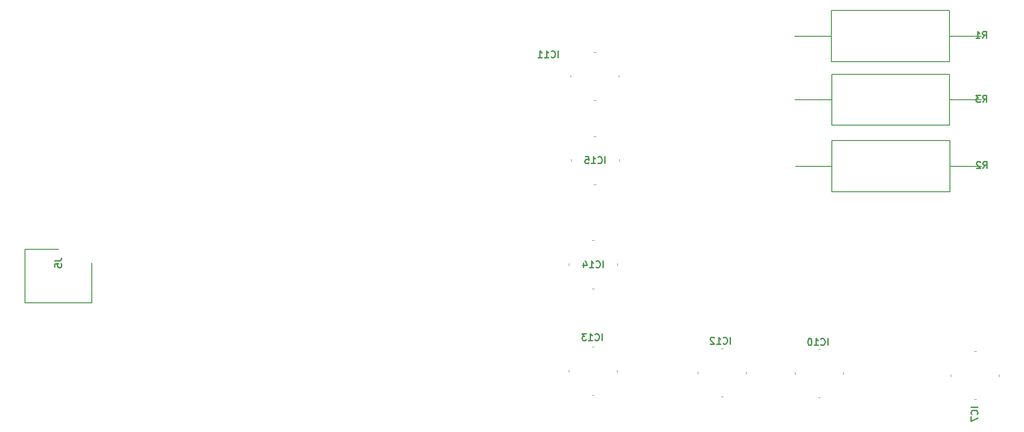
<source format=gbr>
%TF.GenerationSoftware,KiCad,Pcbnew,(5.1.12)-1*%
%TF.CreationDate,2023-12-01T15:42:45+05:30*%
%TF.ProjectId,DCCB PCB-V3,44434342-2050-4434-922d-56332e6b6963,rev?*%
%TF.SameCoordinates,Original*%
%TF.FileFunction,Legend,Bot*%
%TF.FilePolarity,Positive*%
%FSLAX46Y46*%
G04 Gerber Fmt 4.6, Leading zero omitted, Abs format (unit mm)*
G04 Created by KiCad (PCBNEW (5.1.12)-1) date 2023-12-01 15:42:45*
%MOMM*%
%LPD*%
G01*
G04 APERTURE LIST*
%ADD10C,0.100000*%
%ADD11C,0.200000*%
%ADD12C,0.254000*%
G04 APERTURE END LIST*
D10*
%TO.C,IC15*%
X144140000Y-96020000D02*
X144540000Y-96020000D01*
X148840000Y-91720000D02*
X148840000Y-91320000D01*
X144140000Y-87020000D02*
X144540000Y-87020000D01*
X139840000Y-91720000D02*
X139840000Y-91320000D01*
%TO.C,IC14*%
X143790000Y-115480000D02*
X144190000Y-115480000D01*
X148490000Y-111180000D02*
X148490000Y-110780000D01*
X143790000Y-106480000D02*
X144190000Y-106480000D01*
X139490000Y-111180000D02*
X139490000Y-110780000D01*
%TO.C,IC13*%
X143740000Y-135380000D02*
X144140000Y-135380000D01*
X148440000Y-131080000D02*
X148440000Y-130680000D01*
X143740000Y-126380000D02*
X144140000Y-126380000D01*
X139440000Y-131080000D02*
X139440000Y-130680000D01*
%TO.C,IC12*%
X167820000Y-135690000D02*
X168220000Y-135690000D01*
X172520000Y-131390000D02*
X172520000Y-130990000D01*
X167820000Y-126690000D02*
X168220000Y-126690000D01*
X163520000Y-131390000D02*
X163520000Y-130990000D01*
%TO.C,IC11*%
X144110000Y-80300000D02*
X144510000Y-80300000D01*
X148810000Y-76000000D02*
X148810000Y-75600000D01*
X144110000Y-71300000D02*
X144510000Y-71300000D01*
X139810000Y-76000000D02*
X139810000Y-75600000D01*
%TO.C,IC10*%
X185900000Y-135790000D02*
X186300000Y-135790000D01*
X190600000Y-131490000D02*
X190600000Y-131090000D01*
X185900000Y-126790000D02*
X186300000Y-126790000D01*
X181600000Y-131490000D02*
X181600000Y-131090000D01*
%TO.C,IC7*%
X210680000Y-131500000D02*
X210680000Y-131900000D01*
X214980000Y-136200000D02*
X215380000Y-136200000D01*
X219680000Y-131500000D02*
X219680000Y-131900000D01*
X214980000Y-127200000D02*
X215380000Y-127200000D01*
D11*
%TO.C,J5*%
X38100000Y-108140000D02*
X44350000Y-108140000D01*
X38100000Y-118140000D02*
X38100000Y-108140000D01*
X50600000Y-118140000D02*
X38100000Y-118140000D01*
X50600000Y-110640000D02*
X50600000Y-118140000D01*
%TO.C,R3*%
X210450000Y-75480000D02*
X188450000Y-75480000D01*
X188450000Y-75480000D02*
X188450000Y-84980000D01*
X188450000Y-84980000D02*
X210450000Y-84980000D01*
X210450000Y-84980000D02*
X210450000Y-75480000D01*
X216360000Y-80230000D02*
X210450000Y-80230000D01*
X188450000Y-80230000D02*
X181640000Y-80230000D01*
%TO.C,R2*%
X210520000Y-87860000D02*
X188520000Y-87860000D01*
X188520000Y-87860000D02*
X188520000Y-97360000D01*
X188520000Y-97360000D02*
X210520000Y-97360000D01*
X210520000Y-97360000D02*
X210520000Y-87860000D01*
X216430000Y-92610000D02*
X210520000Y-92610000D01*
X188520000Y-92610000D02*
X181710000Y-92610000D01*
%TO.C,R1*%
X210390000Y-63560000D02*
X188390000Y-63560000D01*
X188390000Y-63560000D02*
X188390000Y-73060000D01*
X188390000Y-73060000D02*
X210390000Y-73060000D01*
X210390000Y-73060000D02*
X210390000Y-63560000D01*
X216300000Y-68310000D02*
X210390000Y-68310000D01*
X188390000Y-68310000D02*
X181580000Y-68310000D01*
%TO.C,IC15*%
D12*
X146184523Y-92094523D02*
X146184523Y-90824523D01*
X144854047Y-91973571D02*
X144914523Y-92034047D01*
X145095952Y-92094523D01*
X145216904Y-92094523D01*
X145398333Y-92034047D01*
X145519285Y-91913095D01*
X145579761Y-91792142D01*
X145640238Y-91550238D01*
X145640238Y-91368809D01*
X145579761Y-91126904D01*
X145519285Y-91005952D01*
X145398333Y-90885000D01*
X145216904Y-90824523D01*
X145095952Y-90824523D01*
X144914523Y-90885000D01*
X144854047Y-90945476D01*
X143644523Y-92094523D02*
X144370238Y-92094523D01*
X144007380Y-92094523D02*
X144007380Y-90824523D01*
X144128333Y-91005952D01*
X144249285Y-91126904D01*
X144370238Y-91187380D01*
X142495476Y-90824523D02*
X143100238Y-90824523D01*
X143160714Y-91429285D01*
X143100238Y-91368809D01*
X142979285Y-91308333D01*
X142676904Y-91308333D01*
X142555952Y-91368809D01*
X142495476Y-91429285D01*
X142435000Y-91550238D01*
X142435000Y-91852619D01*
X142495476Y-91973571D01*
X142555952Y-92034047D01*
X142676904Y-92094523D01*
X142979285Y-92094523D01*
X143100238Y-92034047D01*
X143160714Y-91973571D01*
%TO.C,IC14*%
X145834523Y-111554523D02*
X145834523Y-110284523D01*
X144504047Y-111433571D02*
X144564523Y-111494047D01*
X144745952Y-111554523D01*
X144866904Y-111554523D01*
X145048333Y-111494047D01*
X145169285Y-111373095D01*
X145229761Y-111252142D01*
X145290238Y-111010238D01*
X145290238Y-110828809D01*
X145229761Y-110586904D01*
X145169285Y-110465952D01*
X145048333Y-110345000D01*
X144866904Y-110284523D01*
X144745952Y-110284523D01*
X144564523Y-110345000D01*
X144504047Y-110405476D01*
X143294523Y-111554523D02*
X144020238Y-111554523D01*
X143657380Y-111554523D02*
X143657380Y-110284523D01*
X143778333Y-110465952D01*
X143899285Y-110586904D01*
X144020238Y-110647380D01*
X142205952Y-110707857D02*
X142205952Y-111554523D01*
X142508333Y-110224047D02*
X142810714Y-111131190D01*
X142024523Y-111131190D01*
%TO.C,IC13*%
X145654523Y-125144523D02*
X145654523Y-123874523D01*
X144324047Y-125023571D02*
X144384523Y-125084047D01*
X144565952Y-125144523D01*
X144686904Y-125144523D01*
X144868333Y-125084047D01*
X144989285Y-124963095D01*
X145049761Y-124842142D01*
X145110238Y-124600238D01*
X145110238Y-124418809D01*
X145049761Y-124176904D01*
X144989285Y-124055952D01*
X144868333Y-123935000D01*
X144686904Y-123874523D01*
X144565952Y-123874523D01*
X144384523Y-123935000D01*
X144324047Y-123995476D01*
X143114523Y-125144523D02*
X143840238Y-125144523D01*
X143477380Y-125144523D02*
X143477380Y-123874523D01*
X143598333Y-124055952D01*
X143719285Y-124176904D01*
X143840238Y-124237380D01*
X142691190Y-123874523D02*
X141905000Y-123874523D01*
X142328333Y-124358333D01*
X142146904Y-124358333D01*
X142025952Y-124418809D01*
X141965476Y-124479285D01*
X141905000Y-124600238D01*
X141905000Y-124902619D01*
X141965476Y-125023571D01*
X142025952Y-125084047D01*
X142146904Y-125144523D01*
X142509761Y-125144523D01*
X142630714Y-125084047D01*
X142691190Y-125023571D01*
%TO.C,IC12*%
X169544523Y-125794523D02*
X169544523Y-124524523D01*
X168214047Y-125673571D02*
X168274523Y-125734047D01*
X168455952Y-125794523D01*
X168576904Y-125794523D01*
X168758333Y-125734047D01*
X168879285Y-125613095D01*
X168939761Y-125492142D01*
X169000238Y-125250238D01*
X169000238Y-125068809D01*
X168939761Y-124826904D01*
X168879285Y-124705952D01*
X168758333Y-124585000D01*
X168576904Y-124524523D01*
X168455952Y-124524523D01*
X168274523Y-124585000D01*
X168214047Y-124645476D01*
X167004523Y-125794523D02*
X167730238Y-125794523D01*
X167367380Y-125794523D02*
X167367380Y-124524523D01*
X167488333Y-124705952D01*
X167609285Y-124826904D01*
X167730238Y-124887380D01*
X166520714Y-124645476D02*
X166460238Y-124585000D01*
X166339285Y-124524523D01*
X166036904Y-124524523D01*
X165915952Y-124585000D01*
X165855476Y-124645476D01*
X165795000Y-124766428D01*
X165795000Y-124887380D01*
X165855476Y-125068809D01*
X166581190Y-125794523D01*
X165795000Y-125794523D01*
%TO.C,IC11*%
X137464523Y-72314523D02*
X137464523Y-71044523D01*
X136134047Y-72193571D02*
X136194523Y-72254047D01*
X136375952Y-72314523D01*
X136496904Y-72314523D01*
X136678333Y-72254047D01*
X136799285Y-72133095D01*
X136859761Y-72012142D01*
X136920238Y-71770238D01*
X136920238Y-71588809D01*
X136859761Y-71346904D01*
X136799285Y-71225952D01*
X136678333Y-71105000D01*
X136496904Y-71044523D01*
X136375952Y-71044523D01*
X136194523Y-71105000D01*
X136134047Y-71165476D01*
X134924523Y-72314523D02*
X135650238Y-72314523D01*
X135287380Y-72314523D02*
X135287380Y-71044523D01*
X135408333Y-71225952D01*
X135529285Y-71346904D01*
X135650238Y-71407380D01*
X133715000Y-72314523D02*
X134440714Y-72314523D01*
X134077857Y-72314523D02*
X134077857Y-71044523D01*
X134198809Y-71225952D01*
X134319761Y-71346904D01*
X134440714Y-71407380D01*
%TO.C,IC10*%
X187734523Y-126044523D02*
X187734523Y-124774523D01*
X186404047Y-125923571D02*
X186464523Y-125984047D01*
X186645952Y-126044523D01*
X186766904Y-126044523D01*
X186948333Y-125984047D01*
X187069285Y-125863095D01*
X187129761Y-125742142D01*
X187190238Y-125500238D01*
X187190238Y-125318809D01*
X187129761Y-125076904D01*
X187069285Y-124955952D01*
X186948333Y-124835000D01*
X186766904Y-124774523D01*
X186645952Y-124774523D01*
X186464523Y-124835000D01*
X186404047Y-124895476D01*
X185194523Y-126044523D02*
X185920238Y-126044523D01*
X185557380Y-126044523D02*
X185557380Y-124774523D01*
X185678333Y-124955952D01*
X185799285Y-125076904D01*
X185920238Y-125137380D01*
X184408333Y-124774523D02*
X184287380Y-124774523D01*
X184166428Y-124835000D01*
X184105952Y-124895476D01*
X184045476Y-125016428D01*
X183985000Y-125258333D01*
X183985000Y-125560714D01*
X184045476Y-125802619D01*
X184105952Y-125923571D01*
X184166428Y-125984047D01*
X184287380Y-126044523D01*
X184408333Y-126044523D01*
X184529285Y-125984047D01*
X184589761Y-125923571D01*
X184650238Y-125802619D01*
X184710714Y-125560714D01*
X184710714Y-125258333D01*
X184650238Y-125016428D01*
X184589761Y-124895476D01*
X184529285Y-124835000D01*
X184408333Y-124774523D01*
%TO.C,IC7*%
X215674523Y-137610238D02*
X214404523Y-137610238D01*
X215553571Y-138940714D02*
X215614047Y-138880238D01*
X215674523Y-138698809D01*
X215674523Y-138577857D01*
X215614047Y-138396428D01*
X215493095Y-138275476D01*
X215372142Y-138215000D01*
X215130238Y-138154523D01*
X214948809Y-138154523D01*
X214706904Y-138215000D01*
X214585952Y-138275476D01*
X214465000Y-138396428D01*
X214404523Y-138577857D01*
X214404523Y-138698809D01*
X214465000Y-138880238D01*
X214525476Y-138940714D01*
X214404523Y-139364047D02*
X214404523Y-140210714D01*
X215674523Y-139666428D01*
%TO.C,J5*%
X43654523Y-110216666D02*
X44561666Y-110216666D01*
X44743095Y-110156190D01*
X44864047Y-110035238D01*
X44924523Y-109853809D01*
X44924523Y-109732857D01*
X43654523Y-111426190D02*
X43654523Y-110821428D01*
X44259285Y-110760952D01*
X44198809Y-110821428D01*
X44138333Y-110942380D01*
X44138333Y-111244761D01*
X44198809Y-111365714D01*
X44259285Y-111426190D01*
X44380238Y-111486666D01*
X44682619Y-111486666D01*
X44803571Y-111426190D01*
X44864047Y-111365714D01*
X44924523Y-111244761D01*
X44924523Y-110942380D01*
X44864047Y-110821428D01*
X44803571Y-110760952D01*
%TO.C,R3*%
X216561666Y-80624523D02*
X216985000Y-80019761D01*
X217287380Y-80624523D02*
X217287380Y-79354523D01*
X216803571Y-79354523D01*
X216682619Y-79415000D01*
X216622142Y-79475476D01*
X216561666Y-79596428D01*
X216561666Y-79777857D01*
X216622142Y-79898809D01*
X216682619Y-79959285D01*
X216803571Y-80019761D01*
X217287380Y-80019761D01*
X216138333Y-79354523D02*
X215352142Y-79354523D01*
X215775476Y-79838333D01*
X215594047Y-79838333D01*
X215473095Y-79898809D01*
X215412619Y-79959285D01*
X215352142Y-80080238D01*
X215352142Y-80382619D01*
X215412619Y-80503571D01*
X215473095Y-80564047D01*
X215594047Y-80624523D01*
X215956904Y-80624523D01*
X216077857Y-80564047D01*
X216138333Y-80503571D01*
%TO.C,R2*%
X216631666Y-93004523D02*
X217055000Y-92399761D01*
X217357380Y-93004523D02*
X217357380Y-91734523D01*
X216873571Y-91734523D01*
X216752619Y-91795000D01*
X216692142Y-91855476D01*
X216631666Y-91976428D01*
X216631666Y-92157857D01*
X216692142Y-92278809D01*
X216752619Y-92339285D01*
X216873571Y-92399761D01*
X217357380Y-92399761D01*
X216147857Y-91855476D02*
X216087380Y-91795000D01*
X215966428Y-91734523D01*
X215664047Y-91734523D01*
X215543095Y-91795000D01*
X215482619Y-91855476D01*
X215422142Y-91976428D01*
X215422142Y-92097380D01*
X215482619Y-92278809D01*
X216208333Y-93004523D01*
X215422142Y-93004523D01*
%TO.C,R1*%
X216501666Y-68704523D02*
X216925000Y-68099761D01*
X217227380Y-68704523D02*
X217227380Y-67434523D01*
X216743571Y-67434523D01*
X216622619Y-67495000D01*
X216562142Y-67555476D01*
X216501666Y-67676428D01*
X216501666Y-67857857D01*
X216562142Y-67978809D01*
X216622619Y-68039285D01*
X216743571Y-68099761D01*
X217227380Y-68099761D01*
X215292142Y-68704523D02*
X216017857Y-68704523D01*
X215655000Y-68704523D02*
X215655000Y-67434523D01*
X215775952Y-67615952D01*
X215896904Y-67736904D01*
X216017857Y-67797380D01*
%TD*%
M02*

</source>
